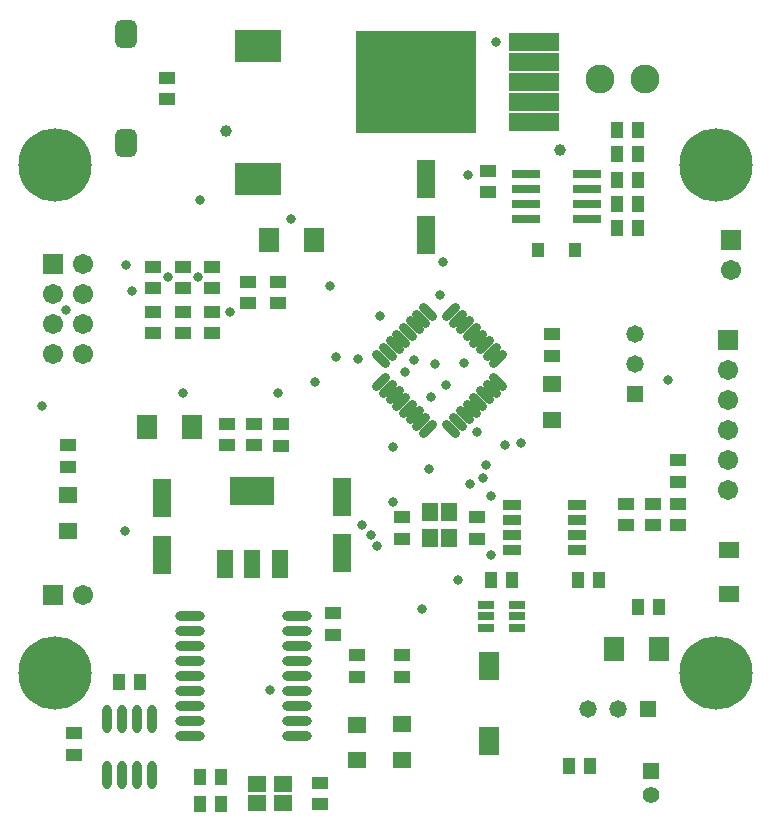
<source format=gts>
G04 Layer_Color=8388736*
%FSLAX25Y25*%
%MOIN*%
G70*
G01*
G75*
%ADD60R,0.05918X0.03556*%
%ADD61R,0.07100X0.07900*%
%ADD62R,0.05524X0.03950*%
%ADD63R,0.03950X0.05524*%
%ADD64O,0.03162X0.09461*%
%ADD65R,0.06312X0.05524*%
G04:AMPARAMS|DCode=66|XSize=70.99mil|YSize=94.22mil|CornerRadius=19.75mil|HoleSize=0mil|Usage=FLASHONLY|Rotation=0.000|XOffset=0mil|YOffset=0mil|HoleType=Round|Shape=RoundedRectangle|*
%AMROUNDEDRECTD66*
21,1,0.07099,0.05472,0,0,0.0*
21,1,0.03150,0.09422,0,0,0.0*
1,1,0.03950,0.01575,-0.02736*
1,1,0.03950,-0.01575,-0.02736*
1,1,0.03950,-0.01575,0.02736*
1,1,0.03950,0.01575,0.02736*
%
%ADD66ROUNDEDRECTD66*%
%ADD67R,0.06312X0.05524*%
G04:AMPARAMS|DCode=68|XSize=29.65mil|YSize=72.96mil|CornerRadius=0mil|HoleSize=0mil|Usage=FLASHONLY|Rotation=135.000|XOffset=0mil|YOffset=0mil|HoleType=Round|Shape=Round|*
%AMOVALD68*
21,1,0.04331,0.02965,0.00000,0.00000,225.0*
1,1,0.02965,0.01531,0.01531*
1,1,0.02965,-0.01531,-0.01531*
%
%ADD68OVALD68*%

G04:AMPARAMS|DCode=69|XSize=29.65mil|YSize=72.96mil|CornerRadius=0mil|HoleSize=0mil|Usage=FLASHONLY|Rotation=45.000|XOffset=0mil|YOffset=0mil|HoleType=Round|Shape=Round|*
%AMOVALD69*
21,1,0.04331,0.02965,0.00000,0.00000,135.0*
1,1,0.02965,0.01531,-0.01531*
1,1,0.02965,-0.01531,0.01531*
%
%ADD69OVALD69*%

%ADD70O,0.09855X0.03162*%
%ADD71R,0.05524X0.06312*%
%ADD72R,0.07099X0.09461*%
%ADD73R,0.06312X0.12611*%
%ADD74R,0.14973X0.09461*%
%ADD75R,0.05600X0.09600*%
%ADD76R,0.09461X0.03162*%
%ADD77R,0.04343X0.04540*%
%ADD78R,0.03300X0.05800*%
%ADD79R,0.15367X0.10642*%
%ADD80R,0.16548X0.05958*%
%ADD81R,0.40170X0.34265*%
%ADD82R,0.05524X0.02965*%
%ADD83C,0.05556*%
%ADD84R,0.05556X0.05556*%
%ADD85C,0.09658*%
%ADD86C,0.06706*%
%ADD87R,0.06706X0.06706*%
%ADD88R,0.06706X0.06706*%
%ADD89C,0.05792*%
%ADD90R,0.05792X0.05792*%
%ADD91R,0.05792X0.05792*%
%ADD92C,0.24422*%
%ADD93C,0.03162*%
%ADD94C,0.03950*%
D60*
X168173Y101000D02*
D03*
Y96000D02*
D03*
Y106000D02*
D03*
Y111000D02*
D03*
X189827Y101000D02*
D03*
Y96000D02*
D03*
Y106000D02*
D03*
Y111000D02*
D03*
D61*
X61450Y137000D02*
D03*
X46550D02*
D03*
X87050Y199500D02*
D03*
X101950D02*
D03*
X217000Y63000D02*
D03*
X202100D02*
D03*
D62*
X68000Y175500D02*
D03*
Y168414D02*
D03*
X131500Y107000D02*
D03*
Y99914D02*
D03*
X58500Y190543D02*
D03*
Y183457D02*
D03*
Y175543D02*
D03*
Y168457D02*
D03*
X22000Y35043D02*
D03*
Y27957D02*
D03*
X48500Y183457D02*
D03*
Y190543D02*
D03*
Y175543D02*
D03*
Y168457D02*
D03*
X223500Y118957D02*
D03*
Y126043D02*
D03*
Y111543D02*
D03*
Y104457D02*
D03*
X215000D02*
D03*
Y111543D02*
D03*
X53000Y253543D02*
D03*
Y246457D02*
D03*
X131500Y61043D02*
D03*
Y53957D02*
D03*
X80000Y178457D02*
D03*
Y185543D02*
D03*
X116500Y61043D02*
D03*
Y53957D02*
D03*
X90000Y178457D02*
D03*
Y185543D02*
D03*
X181500Y160957D02*
D03*
Y168043D02*
D03*
X108500Y67957D02*
D03*
Y75043D02*
D03*
X104000Y11457D02*
D03*
Y18543D02*
D03*
X156500Y107000D02*
D03*
Y99914D02*
D03*
X68000Y190586D02*
D03*
Y183500D02*
D03*
X206000Y104457D02*
D03*
Y111543D02*
D03*
X160000Y215457D02*
D03*
Y222543D02*
D03*
X73000Y131000D02*
D03*
Y138086D02*
D03*
X82000Y131000D02*
D03*
Y138086D02*
D03*
X91000Y130957D02*
D03*
Y138043D02*
D03*
X20000Y123914D02*
D03*
Y131000D02*
D03*
D63*
X63957Y20500D02*
D03*
X71043D02*
D03*
X36957Y52000D02*
D03*
X44043D02*
D03*
X71043Y11500D02*
D03*
X63957D02*
D03*
X210043Y219500D02*
D03*
X202957D02*
D03*
X210043Y211500D02*
D03*
X202957D02*
D03*
Y203500D02*
D03*
X210043D02*
D03*
Y236000D02*
D03*
X202957D02*
D03*
X210043Y228000D02*
D03*
X202957D02*
D03*
X189957Y86000D02*
D03*
X197043D02*
D03*
X209957Y77000D02*
D03*
X217043D02*
D03*
X194043Y24000D02*
D03*
X186957D02*
D03*
X168043Y86000D02*
D03*
X160957D02*
D03*
D64*
X33000Y21051D02*
D03*
X38000D02*
D03*
X43000D02*
D03*
X48000D02*
D03*
X33000Y39949D02*
D03*
X38000D02*
D03*
X43000D02*
D03*
X48000D02*
D03*
D65*
X131500Y26188D02*
D03*
Y38000D02*
D03*
X116500Y26094D02*
D03*
Y37906D02*
D03*
X181500Y151406D02*
D03*
Y139594D02*
D03*
X20000Y114406D02*
D03*
Y102594D02*
D03*
D66*
X39500Y268091D02*
D03*
Y231909D02*
D03*
D67*
X83169Y11850D02*
D03*
Y18150D02*
D03*
X91831Y11850D02*
D03*
Y18150D02*
D03*
D68*
X124513Y152103D02*
D03*
X126740Y149876D02*
D03*
X128967Y147648D02*
D03*
X131194Y145421D02*
D03*
X133421Y143194D02*
D03*
X135648Y140967D02*
D03*
X137875Y138740D02*
D03*
X140103Y136513D02*
D03*
X163487Y159898D02*
D03*
X161260Y162125D02*
D03*
X159033Y164352D02*
D03*
X156806Y166579D02*
D03*
X154579Y168806D02*
D03*
X152352Y171033D02*
D03*
X150124Y173260D02*
D03*
X147897Y175487D02*
D03*
D69*
Y136513D02*
D03*
X150124Y138740D02*
D03*
X152352Y140967D02*
D03*
X154579Y143194D02*
D03*
X156806Y145421D02*
D03*
X159033Y147648D02*
D03*
X161260Y149876D02*
D03*
X163487Y152103D02*
D03*
X140103Y175487D02*
D03*
X137875Y173260D02*
D03*
X135648Y171033D02*
D03*
X133421Y168806D02*
D03*
X131194Y166579D02*
D03*
X128967Y164352D02*
D03*
X126740Y162125D02*
D03*
X124513Y159898D02*
D03*
D70*
X60587Y74000D02*
D03*
Y69000D02*
D03*
Y64000D02*
D03*
Y59000D02*
D03*
Y54000D02*
D03*
Y49000D02*
D03*
Y44000D02*
D03*
Y39000D02*
D03*
Y34000D02*
D03*
X96413Y74000D02*
D03*
Y69000D02*
D03*
Y64000D02*
D03*
Y59000D02*
D03*
Y54000D02*
D03*
Y49000D02*
D03*
Y44000D02*
D03*
Y39000D02*
D03*
Y34000D02*
D03*
D71*
X140850Y108831D02*
D03*
X147150D02*
D03*
X140850Y100169D02*
D03*
X147150D02*
D03*
D72*
X160500Y32402D02*
D03*
Y57598D02*
D03*
D73*
X51500Y113449D02*
D03*
Y94551D02*
D03*
X111500Y113898D02*
D03*
Y95000D02*
D03*
X139500Y201051D02*
D03*
Y219949D02*
D03*
D74*
X81500Y115701D02*
D03*
D75*
X90600Y91300D02*
D03*
X81500D02*
D03*
X72400D02*
D03*
D76*
X193236Y211500D02*
D03*
X172764D02*
D03*
X193236Y206500D02*
D03*
Y216500D02*
D03*
Y221500D02*
D03*
X172764Y206500D02*
D03*
Y216500D02*
D03*
Y221500D02*
D03*
D77*
X189201Y196000D02*
D03*
X176799D02*
D03*
D78*
X242000Y81500D02*
D03*
X238797D02*
D03*
Y96000D02*
D03*
X242000D02*
D03*
D79*
X83500Y264244D02*
D03*
Y219756D02*
D03*
D80*
X175500Y265500D02*
D03*
Y258807D02*
D03*
Y252114D02*
D03*
Y245421D02*
D03*
Y238728D02*
D03*
D81*
X136130Y252114D02*
D03*
D82*
X169618Y70260D02*
D03*
Y74000D02*
D03*
Y77740D02*
D03*
X159382D02*
D03*
Y70260D02*
D03*
Y74000D02*
D03*
D83*
X214500Y14563D02*
D03*
D84*
Y22437D02*
D03*
D85*
X212500Y253000D02*
D03*
X197500D02*
D03*
D86*
X25000Y81000D02*
D03*
X240000Y116000D02*
D03*
Y126000D02*
D03*
Y136000D02*
D03*
Y146000D02*
D03*
Y156000D02*
D03*
X25000Y191500D02*
D03*
X15000Y181500D02*
D03*
X25000D02*
D03*
X15000Y171500D02*
D03*
X25000D02*
D03*
X15000Y161500D02*
D03*
X25000D02*
D03*
X241000Y189500D02*
D03*
D87*
X15000Y81000D02*
D03*
D88*
X240000Y166000D02*
D03*
X15000Y191500D02*
D03*
X241000Y199500D02*
D03*
D89*
X209000Y168000D02*
D03*
Y158000D02*
D03*
X203500Y43000D02*
D03*
X193500D02*
D03*
D90*
X209000Y148000D02*
D03*
D91*
X213500Y43000D02*
D03*
D92*
X15748Y55118D02*
D03*
Y224409D02*
D03*
X236221D02*
D03*
Y55118D02*
D03*
D93*
X107500Y184000D02*
D03*
X39500Y191000D02*
D03*
X140500Y123000D02*
D03*
X150000Y86000D02*
D03*
X138000Y76500D02*
D03*
X58500Y148500D02*
D03*
X102500Y152000D02*
D03*
X135500Y159500D02*
D03*
X142500Y158000D02*
D03*
X141000Y147000D02*
D03*
X146000Y151000D02*
D03*
X132500Y155500D02*
D03*
X152000Y158500D02*
D03*
X144000Y181000D02*
D03*
X145000Y192000D02*
D03*
X124000Y174000D02*
D03*
X109500Y160500D02*
D03*
X156500Y135500D02*
D03*
X161000Y94500D02*
D03*
X87500Y49500D02*
D03*
X154000Y118000D02*
D03*
X158500Y120000D02*
D03*
X159500Y124500D02*
D03*
X74000Y175500D02*
D03*
X11500Y144000D02*
D03*
X94500Y206500D02*
D03*
X90000Y148500D02*
D03*
X162800Y265500D02*
D03*
X116720Y159898D02*
D03*
X165849Y131287D02*
D03*
X128500Y130300D02*
D03*
X161000Y114200D02*
D03*
X128480Y112080D02*
D03*
X64100Y212900D02*
D03*
X220000Y152807D02*
D03*
X171000Y131700D02*
D03*
X39206Y102594D02*
D03*
X153400Y221200D02*
D03*
X19500Y176000D02*
D03*
X53500Y187000D02*
D03*
X41500Y182500D02*
D03*
X63500Y187000D02*
D03*
X118000Y104500D02*
D03*
X123000Y97500D02*
D03*
X121000Y101000D02*
D03*
D94*
X184000Y229500D02*
D03*
X72700Y235900D02*
D03*
M02*

</source>
